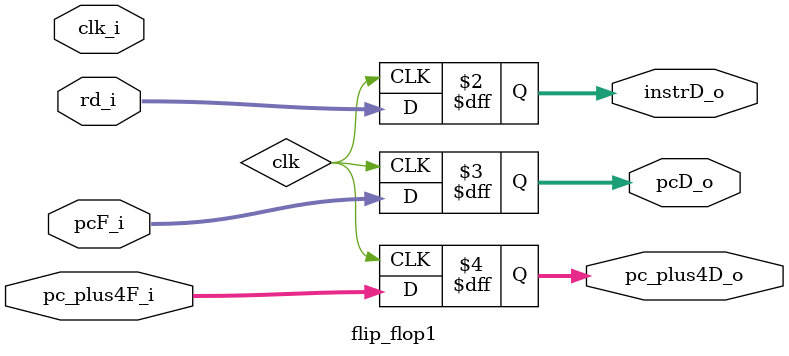
<source format=sv>
module flip_flop1 #(
    parameter ADDRESS_WIDTH = 32,
              DATA_WIDTH = 32
)(
    input  logic                     clk_i,       // clock

    input  logic [DATA_WIDTH-1:0]    rd_i,        // rd from instr mem
    input  logic [ADDRESS_WIDTH-1:0] pcF_i,       // pc (fetch)
    input  logic [ADDRESS_WIDTH-1:0] pc_plus4F_i, // pc+4 (fetch)

    output logic [DATA_WIDTH-1:0]    instrD_o,    // instructions (decode)
    output logic [ADDRESS_WIDTH-1:0] pcD_o,       // pc (decode)
    output logic [ADDRESS_WIDTH-1:0] pc_plus4D_o  // pc+4 (decode)
);

always_ff @(posedge clk)
    begin
        instrD_o <= rd_i;
        pcD_o <= pcF_i;
        pc_plus4D_o <= pc_plus4F_i;
    end

endmodule

</source>
